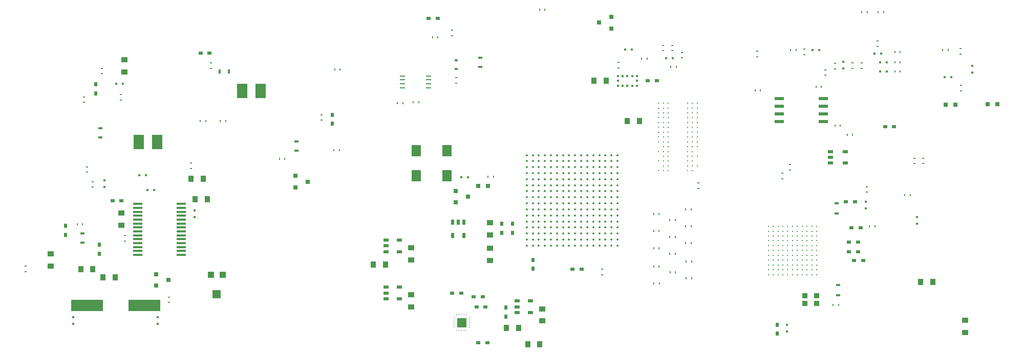
<source format=gbr>
G04 #@! TF.FileFunction,Paste,Top*
%FSLAX46Y46*%
G04 Gerber Fmt 4.6, Leading zero omitted, Abs format (unit mm)*
G04 Created by KiCad (PCBNEW 4.0.4-stable) date 03/28/17 15:05:49*
%MOMM*%
%LPD*%
G01*
G04 APERTURE LIST*
%ADD10C,0.125000*%
%ADD11R,1.797600X2.347600*%
%ADD12R,0.447600X0.347600*%
%ADD13R,0.347600X0.447600*%
%ADD14R,0.247600X0.447600*%
%ADD15C,0.110000*%
%ADD16R,1.097600X0.847600*%
%ADD17R,0.847600X1.097600*%
%ADD18R,0.847600X0.847600*%
%ADD19R,0.947600X0.247600*%
%ADD20R,1.547600X0.497600*%
%ADD21R,0.447600X0.247600*%
%ADD22R,0.647600X0.597600*%
%ADD23R,0.597600X0.647600*%
%ADD24R,0.047600X0.247600*%
%ADD25R,1.547600X1.547600*%
%ADD26R,0.247600X0.047600*%
%ADD27C,0.197600*%
%ADD28R,0.647600X0.647600*%
%ADD29R,0.647600X0.447600*%
%ADD30R,0.747600X0.647600*%
%ADD31R,1.447600X1.347600*%
%ADD32R,1.047600X1.047600*%
%ADD33R,0.907600X0.497600*%
%ADD34R,0.497600X0.907600*%
%ADD35R,0.847600X0.547600*%
%ADD36R,0.547600X0.447600*%
%ADD37R,0.747600X0.347600*%
%ADD38R,0.347600X0.747600*%
%ADD39R,0.347600X0.347600*%
%ADD40C,0.200000*%
%ADD41C,0.347980*%
%ADD42R,1.647600X1.847600*%
%ADD43R,0.990600X0.101600*%
%ADD44R,0.101600X0.990600*%
%ADD45R,1.597600X0.297600*%
%ADD46R,5.347600X1.847600*%
G04 APERTURE END LIST*
D10*
D11*
X143150000Y-110000000D03*
X146200000Y-110000000D03*
X126100000Y-118400000D03*
X129150000Y-118400000D03*
D12*
X179450000Y-124300000D03*
X180550000Y-124300000D03*
X260475000Y-107650000D03*
X259375000Y-107650000D03*
D13*
X263950000Y-105775000D03*
X263950000Y-106875000D03*
D14*
X149350000Y-121250000D03*
X150250000Y-121250000D03*
D15*
X112250000Y-141250000D03*
X112250000Y-141750000D03*
X112250000Y-140750000D03*
X112750000Y-141750000D03*
X112750000Y-141250000D03*
X112750000Y-140750000D03*
X262250000Y-143500000D03*
X262250000Y-143000000D03*
X262250000Y-144000000D03*
X261750000Y-143000000D03*
X261750000Y-143500000D03*
X261750000Y-144000000D03*
D16*
X111500000Y-139000000D03*
X111500000Y-137000000D03*
X262750000Y-148000000D03*
X262750000Y-150000000D03*
D17*
X118500000Y-139500000D03*
X116500000Y-139500000D03*
X257400000Y-141600000D03*
X255400000Y-141600000D03*
D14*
X213905000Y-134200000D03*
X214805000Y-134200000D03*
X211245000Y-136000000D03*
X212145000Y-136000000D03*
X213945000Y-140050000D03*
X214845000Y-140050000D03*
X216545000Y-129600000D03*
X217445000Y-129600000D03*
X216545000Y-135200000D03*
X217445000Y-135200000D03*
X216600000Y-141050000D03*
X217500000Y-141050000D03*
X211245000Y-130400000D03*
X212145000Y-130400000D03*
X211250000Y-133200000D03*
X212150000Y-133200000D03*
X213900000Y-137000000D03*
X214800000Y-137000000D03*
X216600000Y-138250000D03*
X217500000Y-138250000D03*
X211255000Y-141850000D03*
X212155000Y-141850000D03*
X213905000Y-131400000D03*
X214805000Y-131400000D03*
X216550000Y-132400000D03*
X217450000Y-132400000D03*
X211250000Y-139050000D03*
X212150000Y-139050000D03*
D13*
X115250000Y-147500000D03*
X115250000Y-148600000D03*
X129250000Y-148600000D03*
X129250000Y-147500000D03*
D18*
X238150000Y-143925000D03*
X236250000Y-143925000D03*
X238150000Y-145225000D03*
X236250000Y-145225000D03*
D19*
X169700000Y-107490000D03*
X169700000Y-108140000D03*
X169700000Y-108790000D03*
X169700000Y-109440000D03*
X174000000Y-109440000D03*
X174000000Y-108790000D03*
X174000000Y-108140000D03*
X174000000Y-107490000D03*
D20*
X232000000Y-111260000D03*
X232000000Y-112530000D03*
X232000000Y-113800000D03*
X232000000Y-115070000D03*
X239300000Y-115070000D03*
X239300000Y-113800000D03*
X239300000Y-112530000D03*
X239300000Y-111260000D03*
D21*
X123800000Y-133950000D03*
X123800000Y-134850000D03*
D13*
X120400000Y-124750000D03*
X120400000Y-125850000D03*
D22*
X137800000Y-103700000D03*
X136300000Y-103700000D03*
D23*
X119000000Y-108900000D03*
X119000000Y-110400000D03*
X119600000Y-136950000D03*
X119600000Y-135450000D03*
D12*
X126200000Y-123950000D03*
X127300000Y-123950000D03*
D23*
X158100000Y-115400000D03*
X158100000Y-113900000D03*
D12*
X123450000Y-108800000D03*
X122350000Y-108800000D03*
D24*
X179909300Y-147082824D03*
D25*
X179509300Y-148382824D03*
D24*
X180309300Y-147082824D03*
X179509300Y-147082824D03*
X179109300Y-147082824D03*
X178709300Y-147082824D03*
D26*
X180809300Y-147582824D03*
X180809300Y-147982824D03*
X180809300Y-148382824D03*
X180809300Y-148782824D03*
X180809300Y-149182824D03*
X178209300Y-147582824D03*
X178209300Y-147982824D03*
X178209300Y-148382824D03*
X178209300Y-148782824D03*
X178209300Y-149182824D03*
D24*
X179909300Y-149682824D03*
X178709300Y-149682824D03*
X179109300Y-149682824D03*
X179509300Y-149682824D03*
X180309300Y-149682824D03*
D14*
X159400000Y-106400000D03*
X158500000Y-106400000D03*
D22*
X243000000Y-128350000D03*
X244500000Y-128350000D03*
D27*
X218450000Y-112000000D03*
X217650000Y-112000000D03*
X216850000Y-112000000D03*
X213650000Y-112000000D03*
X212850000Y-112000000D03*
X212050000Y-112000000D03*
X218450000Y-112800000D03*
X217650000Y-112800000D03*
X216850000Y-112800000D03*
X213650000Y-112800000D03*
X212850000Y-112800000D03*
X212050000Y-112800000D03*
X218450000Y-113600000D03*
X217650000Y-113600000D03*
X216850000Y-113600000D03*
X213650000Y-113600000D03*
X212850000Y-113600000D03*
X212050000Y-113600000D03*
X218450000Y-114400000D03*
X217650000Y-114400000D03*
X216850000Y-114400000D03*
X213650000Y-114400000D03*
X212850000Y-114400000D03*
X212050000Y-114400000D03*
X218450000Y-115200000D03*
X217650000Y-115200000D03*
X216850000Y-115200000D03*
X213650000Y-115200000D03*
X212850000Y-115200000D03*
X212050000Y-115200000D03*
X218450000Y-116000000D03*
X217650000Y-116000000D03*
X216850000Y-116000000D03*
X213650000Y-116000000D03*
X212850000Y-116000000D03*
X212050000Y-116000000D03*
X218450000Y-116800000D03*
X217650000Y-116800000D03*
X216850000Y-116800000D03*
X213650000Y-116800000D03*
X212850000Y-116800000D03*
X212050000Y-116800000D03*
X218450000Y-117600000D03*
X217650000Y-117600000D03*
X216850000Y-117600000D03*
X213650000Y-117600000D03*
X212850000Y-117600000D03*
X212050000Y-117600000D03*
X218450000Y-118400000D03*
X217650000Y-118400000D03*
X216850000Y-118400000D03*
X213650000Y-118400000D03*
X212850000Y-118400000D03*
X217650000Y-119200000D03*
X216850000Y-119200000D03*
X213650000Y-119200000D03*
X212850000Y-119200000D03*
X217650000Y-120000000D03*
X216850000Y-120000000D03*
X213650000Y-120000000D03*
X212850000Y-120000000D03*
X217650000Y-120800000D03*
X216850000Y-120800000D03*
X213650000Y-120800000D03*
X212850000Y-120800000D03*
X217650000Y-121600000D03*
X216850000Y-121600000D03*
X213650000Y-121600000D03*
X212850000Y-121600000D03*
X217650000Y-122400000D03*
X216850000Y-122400000D03*
X213650000Y-122400000D03*
X212850000Y-122400000D03*
X217650000Y-123200000D03*
X216850000Y-123200000D03*
X213650000Y-123200000D03*
X212850000Y-123200000D03*
X212050000Y-123200000D03*
X212050000Y-121600000D03*
X212050000Y-120000000D03*
X212050000Y-118400000D03*
X218450000Y-119200000D03*
X218450000Y-120800000D03*
X218450000Y-122400000D03*
D23*
X191250000Y-137950000D03*
X191250000Y-139450000D03*
D17*
X136750000Y-124500000D03*
X134750000Y-124500000D03*
D16*
X123700000Y-104800000D03*
X123700000Y-106800000D03*
D17*
X120200000Y-140900000D03*
X122200000Y-140900000D03*
D13*
X135350000Y-130900000D03*
X135350000Y-129800000D03*
D22*
X181500000Y-144100000D03*
X183000000Y-144100000D03*
X181950000Y-145750000D03*
X183450000Y-145750000D03*
D23*
X186797637Y-147349757D03*
X186797637Y-145849757D03*
D22*
X182250000Y-151700000D03*
X183750000Y-151700000D03*
D13*
X233300000Y-149800000D03*
X233300000Y-148700000D03*
D23*
X231700000Y-150200000D03*
X231700000Y-148700000D03*
D22*
X243950000Y-132650000D03*
X245450000Y-132650000D03*
X245050000Y-135000000D03*
X243550000Y-135000000D03*
D17*
X190400000Y-151950000D03*
X192400000Y-151950000D03*
D16*
X171100000Y-137950000D03*
X171100000Y-135950000D03*
X184150000Y-138050000D03*
X184150000Y-136050000D03*
D17*
X186900000Y-149250000D03*
X188900000Y-149250000D03*
D16*
X184161446Y-131800000D03*
X184161446Y-133800000D03*
X192800000Y-148100000D03*
X192800000Y-146100000D03*
X171100000Y-145750000D03*
X171100000Y-143750000D03*
D22*
X210250000Y-108300000D03*
X211750000Y-108300000D03*
D17*
X201400000Y-108300000D03*
X203400000Y-108300000D03*
D22*
X251000000Y-115900000D03*
X249500000Y-115900000D03*
X175500000Y-97900000D03*
X174000000Y-97900000D03*
D12*
X248700000Y-105250000D03*
X249800000Y-105250000D03*
X237525000Y-103150000D03*
X238625000Y-103150000D03*
X248700000Y-106750000D03*
X249800000Y-106750000D03*
X247750000Y-103750000D03*
X248850000Y-103750000D03*
X214400000Y-104550000D03*
X213300000Y-104550000D03*
D13*
X242600000Y-106200000D03*
X242600000Y-105100000D03*
D12*
X207650000Y-103100000D03*
X206550000Y-103100000D03*
D28*
X183850000Y-125700000D03*
X182250000Y-125700000D03*
D29*
X241750000Y-143800000D03*
X241750000Y-142100000D03*
D30*
X178500000Y-126550000D03*
X178500000Y-128450000D03*
X180500000Y-127500000D03*
X204200000Y-99600000D03*
X204200000Y-97700000D03*
X202200000Y-98650000D03*
X152000000Y-124050000D03*
X152000000Y-125950000D03*
X154000000Y-125000000D03*
D31*
X139000000Y-143700000D03*
D32*
X140000000Y-140450000D03*
X138000000Y-140450000D03*
D33*
X166950000Y-134700000D03*
X166950000Y-135650000D03*
X166950000Y-136600000D03*
X169150000Y-136600000D03*
X169150000Y-134700000D03*
D34*
X179850000Y-131700000D03*
X178900000Y-131700000D03*
X177950000Y-131700000D03*
X177950000Y-133900000D03*
X179850000Y-133900000D03*
D33*
X188650000Y-144800000D03*
X188650000Y-145750000D03*
X188650000Y-146700000D03*
X190850000Y-146700000D03*
X190850000Y-144800000D03*
X166950000Y-142500000D03*
X166950000Y-143450000D03*
X166950000Y-144400000D03*
X169150000Y-144400000D03*
X169150000Y-142500000D03*
D22*
X245050000Y-136600000D03*
X243550000Y-136600000D03*
D28*
X261100000Y-112250000D03*
X259500000Y-112250000D03*
D35*
X240500000Y-120000000D03*
X240500000Y-120950000D03*
X240500000Y-121900000D03*
X242900000Y-121900000D03*
X242900000Y-120000000D03*
D17*
X208900000Y-114950000D03*
X206900000Y-114950000D03*
D13*
X254800000Y-132000000D03*
X254800000Y-130900000D03*
X246300000Y-129450000D03*
X246300000Y-128350000D03*
D36*
X178600000Y-106300000D03*
X178600000Y-104900000D03*
D23*
X186100000Y-133500000D03*
X186100000Y-132000000D03*
D22*
X199300000Y-139500000D03*
X197800000Y-139500000D03*
D23*
X187928849Y-133511389D03*
X187928849Y-132011389D03*
D21*
X255800000Y-122000000D03*
X255800000Y-121100000D03*
X254400000Y-122000000D03*
X254400000Y-121100000D03*
X202750000Y-140450000D03*
X202750000Y-139550000D03*
X107400000Y-139000000D03*
X107400000Y-139900000D03*
D14*
X238964904Y-109299118D03*
X238064904Y-109299118D03*
D21*
X233800000Y-122150000D03*
X233800000Y-123050000D03*
X261950000Y-103850000D03*
X261950000Y-102950000D03*
X228400000Y-104300000D03*
X228400000Y-103400000D03*
D14*
X259050000Y-103200000D03*
X259950000Y-103200000D03*
D21*
X239650000Y-107350000D03*
X239650000Y-106450000D03*
D14*
X251100000Y-103550000D03*
X252000000Y-103550000D03*
X234800000Y-103200000D03*
X233900000Y-103200000D03*
X251100000Y-106750000D03*
X252000000Y-106750000D03*
X251100000Y-105250000D03*
X252000000Y-105250000D03*
D21*
X241200000Y-106300000D03*
X241200000Y-105400000D03*
X236125000Y-103050000D03*
X236125000Y-103950000D03*
X245600000Y-105300000D03*
X245600000Y-106200000D03*
D14*
X215000000Y-106000000D03*
X214100000Y-106000000D03*
X246550000Y-96950000D03*
X245650000Y-96950000D03*
D21*
X212800000Y-103300000D03*
X212800000Y-102400000D03*
D14*
X248350000Y-96950000D03*
X249250000Y-96950000D03*
D21*
X214300000Y-103300000D03*
X214300000Y-102400000D03*
X244100000Y-106200000D03*
X244100000Y-105300000D03*
X248300000Y-102600000D03*
X248300000Y-101700000D03*
D14*
X209250000Y-104600000D03*
X210150000Y-104600000D03*
D21*
X215900000Y-104500000D03*
X215900000Y-103600000D03*
X246500000Y-125850000D03*
X246500000Y-126750000D03*
D14*
X252750000Y-127200000D03*
X253650000Y-127200000D03*
D37*
X152200000Y-119850000D03*
X152200000Y-118350000D03*
X119700000Y-116150000D03*
X119700000Y-117650000D03*
D38*
X139500000Y-106750000D03*
X141000000Y-106750000D03*
D37*
X182550000Y-106000000D03*
X182550000Y-104500000D03*
D17*
X137431561Y-127927129D03*
X135431561Y-127927129D03*
D30*
X129000000Y-140350000D03*
X129000000Y-142250000D03*
X131000000Y-141300000D03*
D21*
X120000000Y-106200000D03*
X120000000Y-107100000D03*
X117500000Y-122550000D03*
X117500000Y-123450000D03*
X156300000Y-113900000D03*
X156300000Y-114800000D03*
X117050000Y-110950000D03*
X117050000Y-111850000D03*
X138000000Y-105300000D03*
X138000000Y-106200000D03*
X118500000Y-125000000D03*
X118500000Y-125900000D03*
D14*
X140450000Y-115000000D03*
X139550000Y-115000000D03*
X136250000Y-115000000D03*
X137150000Y-115000000D03*
D21*
X131050000Y-144150000D03*
X131050000Y-145050000D03*
D14*
X183850000Y-124150000D03*
X184750000Y-124150000D03*
D21*
X218600000Y-126100000D03*
X218600000Y-125200000D03*
X205400000Y-106150000D03*
X205400000Y-105250000D03*
D14*
X228900000Y-109900000D03*
X228000000Y-109900000D03*
D21*
X232550000Y-123600000D03*
X232550000Y-124500000D03*
D14*
X240900000Y-145400000D03*
X241800000Y-145400000D03*
X246900000Y-132400000D03*
X247800000Y-132400000D03*
X241200000Y-115700000D03*
X242100000Y-115700000D03*
X243250000Y-117250000D03*
X244150000Y-117250000D03*
D21*
X262100000Y-109950000D03*
X262100000Y-109050000D03*
D14*
X172400000Y-111850000D03*
X171500000Y-111850000D03*
X168875000Y-112025000D03*
X169775000Y-112025000D03*
X159250000Y-119800000D03*
X158350000Y-119800000D03*
D21*
X134700000Y-121900000D03*
X134700000Y-122800000D03*
X178600000Y-107800000D03*
X178600000Y-108700000D03*
X177900000Y-99900000D03*
X177900000Y-100800000D03*
D14*
X174650000Y-101100000D03*
X175550000Y-101100000D03*
D21*
X123100000Y-111450000D03*
X123100000Y-110550000D03*
D14*
X192350000Y-96500000D03*
X193250000Y-96500000D03*
D39*
X205300000Y-109100000D03*
X206100000Y-109100000D03*
X206900000Y-109100000D03*
X207700000Y-109100000D03*
X208500000Y-109100000D03*
X208500000Y-108300000D03*
X208500000Y-107500000D03*
X207700000Y-107500000D03*
X206900000Y-107500000D03*
X206100000Y-107500000D03*
X205300000Y-107500000D03*
X205300000Y-108300000D03*
D40*
X238197376Y-132405088D03*
X238197376Y-133205088D03*
X238197376Y-134005088D03*
X238197376Y-134805088D03*
X238197376Y-135605088D03*
X238197376Y-136405088D03*
X238197376Y-137205088D03*
X238197376Y-138005088D03*
X238197376Y-138805088D03*
X238197376Y-139605088D03*
X238197376Y-140405088D03*
X237397376Y-132405088D03*
X237397376Y-133205088D03*
X237397376Y-134005088D03*
X237397376Y-134805088D03*
X237397376Y-135605088D03*
X237397376Y-136405088D03*
X237397376Y-137205088D03*
X237397376Y-138005088D03*
X237397376Y-138805088D03*
X237397376Y-139605088D03*
X237397376Y-140405088D03*
X236597376Y-132405088D03*
X236597376Y-133205088D03*
X236597376Y-134005088D03*
X236597376Y-134805088D03*
X236597376Y-135605088D03*
X236597376Y-136405088D03*
X236597376Y-137205088D03*
X236597376Y-138005088D03*
X236597376Y-138805088D03*
X236597376Y-139605088D03*
X236597376Y-140405088D03*
X235797376Y-132405088D03*
X235797376Y-133205088D03*
X235797376Y-134005088D03*
X235797376Y-134805088D03*
X235797376Y-135605088D03*
X235797376Y-136405088D03*
X235797376Y-137205088D03*
X235797376Y-138005088D03*
X235797376Y-138805088D03*
X235797376Y-139605088D03*
X235797376Y-140405088D03*
X234997376Y-132405088D03*
X234997376Y-133205088D03*
X234997376Y-134005088D03*
X234997376Y-134805088D03*
X234997376Y-135605088D03*
X234997376Y-136405088D03*
X234997376Y-137205088D03*
X234997376Y-138005088D03*
X234997376Y-138805088D03*
X234997376Y-139605088D03*
X234997376Y-140405088D03*
X234197376Y-132405088D03*
X234197376Y-133205088D03*
X234197376Y-134005088D03*
X234197376Y-134805088D03*
X234197376Y-135605088D03*
X234197376Y-136405088D03*
X234197376Y-137205088D03*
X234197376Y-138005088D03*
X234197376Y-138805088D03*
X234197376Y-139605088D03*
X234197376Y-140405088D03*
X233397376Y-132405088D03*
X233397376Y-133205088D03*
X233397376Y-134005088D03*
X233397376Y-134805088D03*
X233397376Y-135605088D03*
X233397376Y-136405088D03*
X233397376Y-137205088D03*
X233397376Y-138005088D03*
X233397376Y-138805088D03*
X233397376Y-139605088D03*
X233397376Y-140405088D03*
X232597376Y-132405088D03*
X232597376Y-133205088D03*
X232597376Y-134005088D03*
X232597376Y-134805088D03*
X232597376Y-135605088D03*
X232597376Y-136405088D03*
X232597376Y-137205088D03*
X232597376Y-138005088D03*
X232597376Y-138805088D03*
X232597376Y-139605088D03*
X232597376Y-140405088D03*
X231797376Y-132405088D03*
X231797376Y-133205088D03*
X231797376Y-134005088D03*
X231797376Y-134805088D03*
X231797376Y-135605088D03*
X231797376Y-136405088D03*
X231797376Y-137205088D03*
X231797376Y-138005088D03*
X231797376Y-138805088D03*
X231797376Y-139605088D03*
X231797376Y-140405088D03*
X230997376Y-132405088D03*
X230997376Y-133205088D03*
X230997376Y-134005088D03*
X230997376Y-134805088D03*
X230997376Y-135605088D03*
X230997376Y-136405088D03*
X230997376Y-137205088D03*
X230997376Y-138005088D03*
X230997376Y-138805088D03*
X230997376Y-139605088D03*
X230997376Y-140405088D03*
X230197376Y-132405088D03*
X230197376Y-133205088D03*
X230197376Y-134005088D03*
X230197376Y-134805088D03*
X230197376Y-135605088D03*
X230197376Y-136405088D03*
X230197376Y-137205088D03*
X230197376Y-138005088D03*
X230197376Y-138805088D03*
X230197376Y-139605088D03*
X230197376Y-140405088D03*
D29*
X241477926Y-128600000D03*
X241477926Y-130300000D03*
D41*
X190249260Y-120600000D03*
X191250020Y-120600000D03*
X192250780Y-120600000D03*
X193249000Y-120600000D03*
X194249760Y-120600000D03*
X195250520Y-120600000D03*
X196248740Y-120600000D03*
X197249500Y-120600000D03*
X198250260Y-120600000D03*
X199251020Y-120600000D03*
X200249240Y-120600000D03*
X201250000Y-120600000D03*
X202250760Y-120600000D03*
X203248980Y-120600000D03*
X204249740Y-120600000D03*
X205250500Y-120600000D03*
X190249260Y-121600760D03*
X190249260Y-122601520D03*
X190249260Y-123599740D03*
X190249260Y-124600500D03*
X190249260Y-125601260D03*
X190249260Y-126599480D03*
X190249260Y-127600240D03*
X190249260Y-128601000D03*
X205250500Y-121600760D03*
X204249740Y-121600760D03*
X203248980Y-121600760D03*
X202250760Y-121600760D03*
X201250000Y-121600760D03*
X200249240Y-121600760D03*
X199251020Y-121600760D03*
X198250260Y-121600760D03*
X197249500Y-121600760D03*
X196248740Y-121600760D03*
X195250520Y-121600760D03*
X194249760Y-121600760D03*
X191250020Y-121600760D03*
X192250780Y-121600760D03*
X193249000Y-121600760D03*
X191250020Y-122601520D03*
X192250780Y-122601520D03*
X193249000Y-122601520D03*
X194249760Y-122601520D03*
X195250520Y-122601520D03*
X196248740Y-122601520D03*
X197249500Y-122601520D03*
X198250260Y-122601520D03*
X191250020Y-123599740D03*
X192250780Y-123599740D03*
X193249000Y-123599740D03*
X194249760Y-123599740D03*
X195250520Y-123599740D03*
X196248740Y-123599740D03*
X197249500Y-123599740D03*
X198250260Y-123599740D03*
X191250020Y-124600500D03*
X192250780Y-124600500D03*
X193249000Y-124600500D03*
X199251020Y-122601520D03*
X199251020Y-123599740D03*
X200249240Y-122601520D03*
X200249240Y-123599740D03*
X201250000Y-123599740D03*
X201250000Y-122601520D03*
X202250760Y-122601520D03*
X203248980Y-122601520D03*
X203248980Y-123599740D03*
X202250760Y-123599740D03*
X204249740Y-122601520D03*
X204249740Y-123599740D03*
X205250500Y-123599740D03*
X205250500Y-122601520D03*
X202250760Y-124600500D03*
X202250760Y-125601260D03*
X202250760Y-126599480D03*
X203248980Y-126599480D03*
X203248980Y-125601260D03*
X203248980Y-124600500D03*
X204249740Y-124600500D03*
X204249740Y-125601260D03*
X204249740Y-126599480D03*
X205250500Y-126599480D03*
X205250500Y-125601260D03*
X205250500Y-124600500D03*
X191250020Y-125601260D03*
X192250780Y-125601260D03*
X193249000Y-125601260D03*
X193249000Y-126599480D03*
X192250780Y-126599480D03*
X191250020Y-126599480D03*
X191250020Y-127600240D03*
X192250780Y-127600240D03*
X193249000Y-127600240D03*
X193249000Y-128601000D03*
X192250780Y-128601000D03*
X191250020Y-128601000D03*
X190249260Y-129601760D03*
X191250020Y-129601760D03*
X192250780Y-129601760D03*
X193249000Y-129601760D03*
X193249000Y-130599980D03*
X192250780Y-130599980D03*
X191250020Y-130599980D03*
X190249260Y-130599980D03*
X190249260Y-131600740D03*
X191250020Y-131600740D03*
X192250780Y-131600740D03*
X193249000Y-131600740D03*
X193249000Y-132601500D03*
X193249000Y-133599720D03*
X193249000Y-134600480D03*
X192250780Y-134600480D03*
X192250780Y-133599720D03*
X192250780Y-132601500D03*
X191250020Y-132601500D03*
X191250020Y-133599720D03*
X191250020Y-134600480D03*
X190249260Y-132601500D03*
X190249260Y-133599720D03*
X190249260Y-134600480D03*
X190249260Y-135601240D03*
X191250020Y-135601240D03*
X192250780Y-135601240D03*
X193249000Y-135601240D03*
X197249500Y-124600500D03*
X196248740Y-124600500D03*
X195250520Y-124600500D03*
X194249760Y-124600500D03*
X194249760Y-125601260D03*
X195250520Y-125601260D03*
X196248740Y-125601260D03*
X197249500Y-125601260D03*
X194249760Y-126599480D03*
X195250520Y-126599480D03*
X196248740Y-126599480D03*
X197249500Y-126599480D03*
X194249760Y-127600240D03*
X195250520Y-127600240D03*
X196248740Y-127600240D03*
X197249500Y-127600240D03*
X194249760Y-128601000D03*
X195250520Y-128601000D03*
X196248740Y-128601000D03*
X197249500Y-128601000D03*
X194249760Y-129601760D03*
X195250520Y-129601760D03*
X196248740Y-129601760D03*
X197249500Y-129601760D03*
X194249760Y-130599980D03*
X195250520Y-130599980D03*
X196248740Y-130599980D03*
X197249500Y-130599980D03*
X194249760Y-131600740D03*
X195250520Y-131600740D03*
X196248740Y-131600740D03*
X194249760Y-133599720D03*
X195250520Y-133599720D03*
X194249760Y-134600480D03*
X195250520Y-134600480D03*
X194249760Y-135601240D03*
X195250520Y-135601240D03*
X197249500Y-131600740D03*
X194249760Y-132601500D03*
X195250520Y-132601500D03*
X196248740Y-132601500D03*
X200249240Y-133599720D03*
X199251020Y-133599720D03*
X198250260Y-133599720D03*
X197249500Y-133599720D03*
X196248740Y-133599720D03*
X196248740Y-134600480D03*
X197249500Y-134600480D03*
X198250260Y-134600480D03*
X199251020Y-134600480D03*
X200249240Y-134600480D03*
X196248740Y-135601240D03*
X197249500Y-135601240D03*
X198250260Y-135601240D03*
X199251020Y-135601240D03*
X200249240Y-135601240D03*
X197249500Y-132601500D03*
X198250260Y-124600500D03*
X199251020Y-124600500D03*
X200249240Y-124600500D03*
X201250000Y-124600500D03*
X201250000Y-133599720D03*
X198250260Y-125601260D03*
X199251020Y-125601260D03*
X200249240Y-125601260D03*
X201250000Y-125601260D03*
X198250260Y-128601000D03*
X201250000Y-126599480D03*
X200249240Y-126599480D03*
X199251020Y-126599480D03*
X198250260Y-126599480D03*
X201250000Y-134600480D03*
X201250000Y-135601240D03*
X198250260Y-127600240D03*
X199251020Y-127600240D03*
X200249240Y-127600240D03*
X201250000Y-127600240D03*
X199251020Y-128601000D03*
X200249240Y-128601000D03*
X201250000Y-128601000D03*
X202250760Y-127600240D03*
X202250760Y-128601000D03*
X202250760Y-129601760D03*
X202250760Y-130599980D03*
X202250760Y-131600740D03*
X202250760Y-132601500D03*
X202250760Y-133599720D03*
X202250760Y-134600480D03*
X202250760Y-135601240D03*
X198250260Y-132601500D03*
X198250260Y-131600740D03*
X198250260Y-130599980D03*
X198250260Y-129601760D03*
X199251020Y-129601760D03*
X199251020Y-130599980D03*
X199251020Y-131600740D03*
X199251020Y-132601500D03*
X203248980Y-135601240D03*
X203248980Y-134600480D03*
X203248980Y-133599720D03*
X203248980Y-132601500D03*
X203248980Y-131600740D03*
X203248980Y-130599980D03*
X203248980Y-129601760D03*
X203248980Y-128601000D03*
X203248980Y-127600240D03*
X204249740Y-127600240D03*
X204249740Y-128601000D03*
X204249740Y-129601760D03*
X204249740Y-130599980D03*
X204249740Y-131600740D03*
X204249740Y-132601500D03*
X204249740Y-133599720D03*
X204249740Y-134600480D03*
X204249740Y-135601240D03*
X200249240Y-132601500D03*
X200249240Y-131600740D03*
X200249240Y-130599980D03*
X200249240Y-129601760D03*
X201250000Y-129601760D03*
X201250000Y-130599980D03*
X201250000Y-131600740D03*
X201250000Y-132601500D03*
X205250500Y-135601240D03*
X205250500Y-134600480D03*
X205250500Y-133599720D03*
X205250500Y-132601500D03*
X205250500Y-131600740D03*
X205250500Y-130599980D03*
X205250500Y-129601760D03*
X205250500Y-128601000D03*
X205250500Y-127600240D03*
D16*
X123200000Y-132200000D03*
X123200000Y-130200000D03*
D22*
X121750000Y-128150000D03*
X123250000Y-128150000D03*
X244400000Y-138100000D03*
X245900000Y-138100000D03*
D42*
X177100000Y-119850000D03*
X177100000Y-124050000D03*
X172020000Y-119850000D03*
X172020000Y-124050000D03*
D43*
X242363633Y-110449939D03*
X242363633Y-110949939D03*
X242363633Y-111449939D03*
X242363633Y-111949939D03*
X242363633Y-112449939D03*
X242363633Y-112949939D03*
X242363633Y-113449939D03*
X242363633Y-113949939D03*
D44*
X244113633Y-115699939D03*
X244613633Y-115699939D03*
X245113633Y-115699939D03*
X245613633Y-115699939D03*
X246113633Y-115699939D03*
X246613633Y-115699939D03*
X247113633Y-115699939D03*
X247613633Y-115699939D03*
D43*
X249363633Y-113949939D03*
X249363633Y-113449939D03*
X249363633Y-112949939D03*
X249363633Y-112449939D03*
X249363633Y-111949939D03*
X249363633Y-111449939D03*
X249363633Y-110949939D03*
X249363633Y-110449939D03*
D44*
X247613633Y-108699939D03*
X247113633Y-108699939D03*
X246613633Y-108699939D03*
X246113633Y-108699939D03*
X245613633Y-108699939D03*
X245113633Y-108699939D03*
X244613633Y-108699939D03*
X244113633Y-108699939D03*
D45*
X133100000Y-137150000D03*
X133100000Y-136500000D03*
X133100000Y-135850000D03*
X133100000Y-135200000D03*
X133100000Y-134550000D03*
X133100000Y-133900000D03*
X133100000Y-133250000D03*
X133100000Y-132600000D03*
X133100000Y-131950000D03*
X133100000Y-131300000D03*
X133100000Y-130650000D03*
X133100000Y-130000000D03*
X133100000Y-129350000D03*
X133100000Y-128700000D03*
X125900000Y-128700000D03*
X125900000Y-129350000D03*
X125900000Y-130000000D03*
X125900000Y-130650000D03*
X125900000Y-131300000D03*
X125900000Y-131950000D03*
X125900000Y-132600000D03*
X125900000Y-133250000D03*
X125900000Y-133900000D03*
X125900000Y-134550000D03*
X125900000Y-135200000D03*
X125900000Y-135850000D03*
X125900000Y-136500000D03*
X125900000Y-137150000D03*
D17*
X164900000Y-138750000D03*
X166900000Y-138750000D03*
D46*
X117500000Y-145500000D03*
X127000000Y-145500000D03*
D12*
X128650000Y-126350000D03*
X127550000Y-126350000D03*
D14*
X115900000Y-132100000D03*
X116800000Y-132100000D03*
D37*
X116800000Y-133600000D03*
X116800000Y-135100000D03*
D23*
X114000000Y-132350000D03*
X114000000Y-133850000D03*
D28*
X268100000Y-112200000D03*
X266500000Y-112200000D03*
D22*
X177900000Y-143500000D03*
X179400000Y-143500000D03*
M02*

</source>
